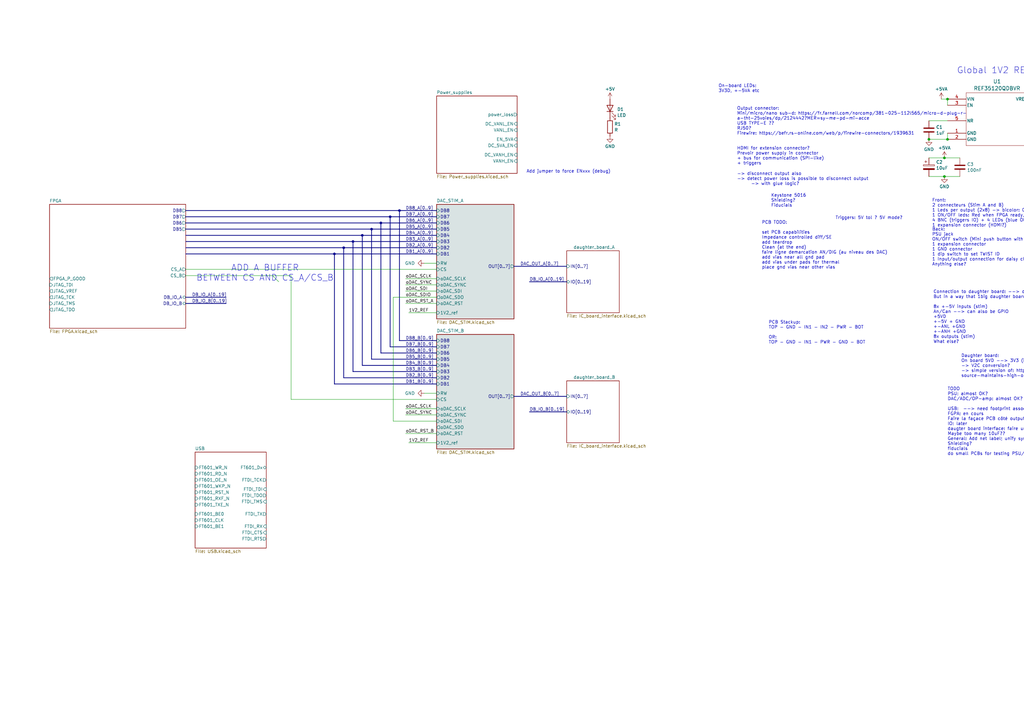
<source format=kicad_sch>
(kicad_sch (version 20250114) (generator "eeschema") (generator_version "9.0")
  (paper "A3")
  (lib_symbols
    (symbol "Device:C" (pin_numbers (hide yes)) (pin_names (offset 0.254))
      (property "Reference" "C" (at 0.635 2.54 0))
      (property "Value" "C" (at 0.635 -2.54 0))
      (symbol "C_0_1"
        (polyline (pts (xy -2.032 0.762) (xy 2.032 0.762)) (stroke (width 0.508)))
        (polyline (pts (xy -2.032 -0.762) (xy 2.032 -0.762)) (stroke (width 0.508)))
      )
      (symbol "C_1_1"
        (pin passive line (at 0 3.81 270) (length 2.794) (name "~") (number "1"))
        (pin passive line (at 0 -3.81 90) (length 2.794) (name "~") (number "2"))
      )
    )
    (symbol "Device:C_Polarized" (pin_numbers (hide yes)) (pin_names (offset 0.254))
      (property "Reference" "C" (at 0.635 2.54 0))
      (property "Value" "C_Polarized" (at 0.635 -2.54 0))
      (symbol "C_Polarized_0_1"
        (rectangle (start -2.286 0.508) (end 2.286 1.016))
        (polyline (pts (xy -1.778 2.286) (xy -0.762 2.286)))
        (polyline (pts (xy -1.27 2.794) (xy -1.27 1.778)))
        (rectangle (start 2.286 -0.508) (end -2.286 -1.016) (fill (type outline)))
      )
      (symbol "C_Polarized_1_1"
        (pin passive line (at 0 3.81 270) (length 2.794) (name "~") (number "1"))
        (pin passive line (at 0 -3.81 90) (length 2.794) (name "~") (number "2"))
      )
    )
    (symbol "Device:LED" (pin_numbers (hide yes)) (pin_names (offset 1.016) (hide yes))
      (property "Reference" "D" (at 0 2.54 0))
      (property "Value" "LED" (at 0 -2.54 0))
      (symbol "LED_0_1"
        (polyline (pts (xy -3.048 -0.762) (xy -4.572 -2.286) (xy -3.81 -2.286) (xy -4.572 -2.286) (xy -4.572 -1.524)))
        (polyline (pts (xy -1.778 -0.762) (xy -3.302 -2.286) (xy -2.54 -2.286) (xy -3.302 -2.286) (xy -3.302 -1.524)))
        (polyline (pts (xy -1.27 0) (xy 1.27 0)))
        (polyline (pts (xy -1.27 -1.27) (xy -1.27 1.27)) (stroke (width 0.254)))
        (polyline (pts (xy 1.27 -1.27) (xy 1.27 1.27) (xy -1.27 0) (xy 1.27 -1.27)) (stroke (width 0.254)))
      )
      (symbol "LED_1_1"
        (pin passive line (at -3.81 0 0) (length 2.54) (name "K") (number "1"))
        (pin passive line (at 3.81 0 180) (length 2.54) (name "A") (number "2"))
      )
    )
    (symbol "Device:R" (pin_numbers (hide yes)) (pin_names (offset 0))
      (property "Reference" "R" (at 2.032 0 90))
      (property "Value" "R" (at 0 0 90))
      (symbol "R_0_1"
        (rectangle (start -1.016 -2.54) (end 1.016 2.54) (stroke (width 0.254)))
      )
      (symbol "R_1_1"
        (pin passive line (at 0 3.81 270) (length 1.27) (name "~") (number "1"))
        (pin passive line (at 0 -3.81 90) (length 1.27) (name "~") (number "2"))
      )
    )
    (symbol "GND_1" (power) (pin_numbers (hide yes)) (pin_names (offset 0) (hide yes))
      (property "Value" "GND" (at 0 -3.81 0))
      (symbol "GND_1_0_1"
        (polyline (pts (xy 0 0) (xy 0 -1.27) (xy 1.27 -1.27) (xy 0 -2.54) (xy -1.27 -1.27) (xy 0 -1.27)))
      )
      (symbol "GND_1_1_1"
        (pin power_in line (at 0 0 270) (length 0) (name "~") (number "1"))
      )
    )
    (symbol "REF35125QDBVR:REF35300QDBVRQ1" (pin_names (offset 0.254))
      (property "Reference" "U20" (at 20.32 9.7737 0))
      (property "Value" "REF35300QDBVRQ1" (at 20.32 6.9409 0))
      (symbol "REF35300QDBVRQ1_0_1"
        (polyline (pts (xy 7.62 5.08) (xy 7.62 -16.51)) (stroke (width 0.127)))
        (polyline (pts (xy 7.62 -16.51) (xy 33.02 -16.51)) (stroke (width 0.127)))
        (polyline (pts (xy 33.02 5.08) (xy 7.62 5.08)) (stroke (width 0.127)))
        (polyline (pts (xy 33.02 -16.51) (xy 33.02 5.08)) (stroke (width 0.127)))
        (pin power_in line (at 0 2.54 0) (length 7.62) (name "VIN") (number "4"))
        (pin input line (at 0 0 0) (length 7.62) (name "EN") (number "3"))
        (pin output line (at 0 -6.35 0) (length 7.62) (name "NR") (number "5"))
        (pin power_out line (at 0 -11.43 0) (length 7.62) (name "GND") (number "1"))
        (pin power_out line (at 0 -13.97 0) (length 7.62) (name "GND") (number "2"))
        (pin output line (at 40.64 2.54 180) (length 7.62) (name "VREF") (number "6"))
      )
    )
    (symbol "power:+5VA" (power) (pin_names (offset 0))
      (property "Value" "+5VA" (at 0 3.556 0))
      (symbol "+5VA_0_1"
        (polyline (pts (xy -0.762 1.27) (xy 0 2.54)))
        (polyline (pts (xy 0 2.54) (xy 0.762 1.27)))
        (polyline (pts (xy 0 0) (xy 0 2.54)))
      )
      (symbol "+5VA_1_1"
        (pin power_in line (at 0 0 90) (length 0) (hide yes) (name "+5VA") (number "1"))
      )
    )
    (symbol "power:+5V_STARTUP" (power) (pin_names (offset 0))
      (property "Value" "+5V_STARTUP" (at 0 3.556 0))
      (symbol "+5V_STARTUP_0_1"
        (polyline (pts (xy -0.762 1.27) (xy 0 2.54)))
        (polyline (pts (xy 0 2.54) (xy 0.762 1.27)))
        (polyline (pts (xy 0 0) (xy 0 2.54)))
      )
      (symbol "+5V_STARTUP_1_1"
        (pin power_in line (at 0 0 90) (length 0) (hide yes) (name "+5V") (number "1"))
      )
    )
    (symbol "power:GND" (power) (pin_names (offset 0))
      (property "Value" "GND" (at 0 -3.81 0))
      (symbol "GND_0_1"
        (polyline (pts (xy 0 0) (xy 0 -1.27) (xy 1.27 -1.27) (xy 0 -2.54) (xy -1.27 -1.27) (xy 0 -1.27)))
      )
      (symbol "GND_1_1"
        (pin power_in line (at 0 0 270) (length 0) (hide yes) (name "GND") (number "1"))
      )
    )
  )
  (text "-> disconnect output also\n-> detect power loss is possible to disconnect output \n	 -> with glue logic? " (at 302.26 76.2 0) (effects (font (size 1.27 1.27)) (justify left bottom)))
  (text "Front: \n2 connecteurs (Stim A and B)\n1 Leds per output (2x8) -> bicolor: OFF/ON/COMBINED (515-1023-803)\n1 ON/OFF leds: Red when FPGA ready, blue when connected to pC or I2C RGB? :))\n4 BNC (triggers IO) + 4 LEDs (blue OUT, green IN)\n1 expansion connector (HDMI?)" (at 382.27 93.218 0) (effects (font (size 1.27 1.27)) (justify left bottom)))
  (text "Connection to daughter board: --> divided in two Connector, one digital, one analogue\nBut in a way that 1big daughter board can be connecter to 2 small ones?\n\n8x +-5V inputs (stim)\nAn/Can --> can also be GPIO\n+5VD\n+-5V + GND\n+-ANL +GND\n+-ANH +GND\n8x outputs (stim)\nWhat else?" (at 382.778 140.97 0) (effects (font (size 1.27 1.27)) (justify left bottom)))
  (text "On-board LEDs: \n3V3D, +-5VA etc" (at 294.64 38.1 0) (effects (font (size 1.27 1.27)) (justify left bottom)))
  (text "Global 1V2 REFERENCE" (at 392.43 30.48 0) (effects (font (size 2.56 2.56)) (justify left bottom)))
  (text "PCB TODO:\n\nset PCB capabilities\nImpedance controlled diff/SE\nadd teardrop\nClean (at the end)\nfaire ligne demarcation AN/DIG (au niveau des DAC)\nadd vias near all gnd pad\nadd vias under pads for thermal \nplace gnd vias near other vias" (at 312.42 110.49 0) (effects (font (size 1.27 1.27)) (justify left bottom)))
  (text "Add jumper to force ENxxx (debug)" (at 215.9 71.12 0) (effects (font (size 1.27 1.27)) (justify left bottom)))
  (text "Triggers: 5V tol ? 5V mode?" (at 342.646 90.17 0) (effects (font (size 1.27 1.27)) (justify left bottom)))
  (text "Output connector:\nMini/micro/nano sub-d: https://fr.farnell.com/norcomp/381-025-112l565/micro-d-plug-r-\na-tht-25voies/dp/2124442?MER=sy-me-pd-mi-acce\nUSB TYPE-E ??\nRJ50? \nFirewire: https://befr.rs-online.com/web/p/firewire-connectors/1939631\n\n\nHDMI for extension connector?\nPrevoir power supply in connector\n+ bus for communication (SPI-like)\n+ triggers \n\n" (at 302.26 69.85 0) (effects (font (size 1.27 1.27)) (justify left bottom)))
  (text "Keystone 5016\nShielding?\nFiducials" (at 316.23 85.09 0) (effects (font (size 1.27 1.27)) (justify left bottom)))
  (text "ADD A BUFFER\n BETWEEN CS AND CS_A/CS_B " (at 108.712 112.014 0) (effects (font (size 2.54 2.54))))
  (text "PCB Stackup:\nTOP - GND - IN1 - IN2 - PWR - BOT\n\nOR:\nTOP - GND - IN1 - PWR - GND - BOT" (at 315.214 141.224 0) (effects (font (size 1.27 1.27)) (justify left bottom)))
  (text "f-3db is about 3.3/2piRC\nsettling is about 14RC\nThe art of Elec p. 683 fig 9.95\nf-3db = 11Hz - settling = 0.67s" (at 422.91 71.12 0) (effects (font (size 1.27 1.27)) (justify left bottom)))
  (text "TODO\nPSU: almost OK? \nDAC/ADC/OP-amp: almost OK? --> NO, let's try with serial DACs & add shields!\n							--> ADD A BUFFER BETWEEN CS AND CS_A/CS_B (or any thing else for serial)\nUSB:  --> need footprint association\nFGPA: en cours\nFaire la façace PCB côté output\nIO: later\ndaugter board interface: faire une v1 pour tester\nMaybe too many 10uF??\nGeneral: Add net label; unify symboles; add footprints; add step files\nShielding?\nfiducials\ndo small PCBs for testing PSU/FGPA & USB/single DAC " (at 388.62 186.944 0) (effects (font (size 1.27 1.27)) (justify left bottom)))
  (text "Daughter board: \nOn board 5VD --> 3V3 (internal logic??)\n-> V2C conversion? \n-> simple version of: https://www.edn.com/bipolar-current-\nsource-maintains-high-output-impedance-at-high-frequencies/" (at 394.208 154.94 0) (effects (font (size 1.27 1.27)) (justify left bottom)))
  (text "Back: \nPSU jack\nON/OFF switch (Mini push button with latching?)\n1 expansion connector\n1 GND connector\n1 dip switch to set TWIST ID\n1 Input/output connection for daisy chaning to other twist\nAnything else?\n" (at 382.27 109.22 0) (effects (font (size 1.27 1.27)) (justify left bottom)))
  (junction (at 137.16 104.14))
  (junction (at 160.02 88.9))
  (junction (at 381 57.15))
  (junction (at 429.26 40.64))
  (junction (at 450.85 48.26))
  (junction (at 450.85 40.64))
  (junction (at 156.21 91.44))
  (junction (at 388.62 40.64))
  (junction (at 140.97 101.6))
  (junction (at 388.62 57.15))
  (junction (at 163.83 86.36))
  (junction (at 148.59 96.52))
  (junction (at 144.78 99.06))
  (junction (at 387.35 72.39))
  (junction (at 387.35 64.77))
  (junction (at 152.4 93.98))
  (bus_entry (at 111.76 113.03) (size 2.54 2.54))
  (bus (pts (xy 148.59 96.52) (xy 148.59 149.86)))
  (bus (pts (xy 217.17 168.91) (xy 232.41 168.91)))
  (bus (pts (xy 210.82 109.22) (xy 232.41 109.22)))
  (bus (pts (xy 217.17 115.57) (xy 232.41 115.57)))
  (bus (pts (xy 76.2 104.14) (xy 137.16 104.14)))
  (wire (pts (xy 173.99 161.29) (xy 179.07 161.29)))
  (bus (pts (xy 160.02 142.24) (xy 160.02 88.9)))
  (wire (pts (xy 166.37 177.8) (xy 179.07 177.8)))
  (wire (pts (xy 381 57.15) (xy 388.62 57.15)))
  (wire (pts (xy 429.26 48.26) (xy 429.26 40.64)))
  (bus (pts (xy 76.2 86.36) (xy 163.83 86.36)))
  (bus (pts (xy 144.78 99.06) (xy 179.07 99.06)))
  (wire (pts (xy 76.2 110.49) (xy 179.07 110.49)))
  (wire (pts (xy 429.26 40.64) (xy 433.07 40.64)))
  (wire (pts (xy 166.37 116.84) (xy 179.07 116.84)))
  (wire (pts (xy 167.64 128.27) (xy 179.07 128.27)))
  (bus (pts (xy 160.02 88.9) (xy 179.07 88.9)))
  (wire (pts (xy 440.69 40.64) (xy 450.85 40.64)))
  (wire (pts (xy 387.35 64.77) (xy 393.7 64.77)))
  (bus (pts (xy 156.21 144.78) (xy 179.07 144.78)))
  (bus (pts (xy 140.97 101.6) (xy 179.07 101.6)))
  (wire (pts (xy 76.2 113.03) (xy 111.76 113.03)))
  (wire (pts (xy 166.37 170.18) (xy 179.07 170.18)))
  (wire (pts (xy 388.62 40.64) (xy 388.62 43.18)))
  (bus (pts (xy 152.4 93.98) (xy 179.07 93.98)))
  (bus (pts (xy 140.97 154.94) (xy 179.07 154.94)))
  (wire (pts (xy 119.38 113.03) (xy 119.38 163.83)))
  (wire (pts (xy 381 64.77) (xy 387.35 64.77)))
  (wire (pts (xy 179.07 163.83) (xy 119.38 163.83)))
  (wire (pts (xy 166.37 114.3) (xy 179.07 114.3)))
  (bus (pts (xy 76.2 91.44) (xy 156.21 91.44)))
  (bus (pts (xy 137.16 157.48) (xy 179.07 157.48)))
  (bus (pts (xy 137.16 104.14) (xy 137.16 157.48)))
  (bus (pts (xy 148.59 149.86) (xy 179.07 149.86)))
  (wire (pts (xy 387.35 72.39) (xy 393.7 72.39)))
  (wire (pts (xy 166.37 119.38) (xy 179.07 119.38)))
  (bus (pts (xy 137.16 104.14) (xy 179.07 104.14)))
  (wire (pts (xy 173.99 107.95) (xy 179.07 107.95)))
  (wire (pts (xy 381 72.39) (xy 387.35 72.39)))
  (bus (pts (xy 163.83 139.7) (xy 179.07 139.7)))
  (bus (pts (xy 156.21 91.44) (xy 179.07 91.44)))
  (bus (pts (xy 76.2 121.92) (xy 92.71 121.92)))
  (wire (pts (xy 388.62 54.61) (xy 388.62 57.15)))
  (bus (pts (xy 76.2 99.06) (xy 144.78 99.06)))
  (bus (pts (xy 152.4 147.32) (xy 152.4 93.98)))
  (bus (pts (xy 160.02 142.24) (xy 179.07 142.24)))
  (wire (pts (xy 440.69 48.26) (xy 450.85 48.26)))
  (wire (pts (xy 179.07 121.92) (xy 161.29 121.92)))
  (wire (pts (xy 161.29 121.92) (xy 161.29 172.72)))
  (wire (pts (xy 161.29 172.72) (xy 179.07 172.72)))
  (wire (pts (xy 450.85 40.64) (xy 463.55 40.64)))
  (wire (pts (xy 386.08 40.64) (xy 388.62 40.64)))
  (bus (pts (xy 76.2 101.6) (xy 140.97 101.6)))
  (bus (pts (xy 144.78 152.4) (xy 179.07 152.4)))
  (wire (pts (xy 381 49.53) (xy 388.62 49.53)))
  (bus (pts (xy 76.2 124.46) (xy 92.71 124.46)))
  (wire (pts (xy 166.37 124.46) (xy 179.07 124.46)))
  (bus (pts (xy 163.83 139.7) (xy 163.83 86.36)))
  (bus (pts (xy 179.07 86.36) (xy 163.83 86.36)))
  (bus (pts (xy 152.4 147.32) (xy 179.07 147.32)))
  (bus (pts (xy 76.2 96.52) (xy 148.59 96.52)))
  (wire (pts (xy 433.07 48.26) (xy 429.26 48.26)))
  (wire (pts (xy 167.64 181.61) (xy 179.07 181.61)))
  (bus (pts (xy 148.59 96.52) (xy 179.07 96.52)))
  (bus (pts (xy 156.21 144.78) (xy 156.21 91.44)))
  (bus (pts (xy 140.97 101.6) (xy 140.97 154.94)))
  (bus (pts (xy 144.78 99.06) (xy 144.78 152.4)))
  (wire (pts (xy 111.76 113.03) (xy 119.38 113.03)))
  (wire (pts (xy 166.37 167.64) (xy 179.07 167.64)))
  (bus (pts (xy 76.2 93.98) (xy 152.4 93.98)))
  (bus (pts (xy 210.82 162.56) (xy 232.41 162.56)))
  (bus (pts (xy 76.2 88.9) (xy 160.02 88.9)))
  (label "oDAC_SCLK" (at 166.37 167.64 0))
  (label "oDAC_SDI" (at 166.37 119.38 0))
  (label "DB1_B[0..9]" (at 166.37 157.48 0))
  (label "DB3_B[0..9]" (at 166.37 152.4 0))
  (label "DB5_B[0..9]" (at 166.37 147.32 0))
  (label "oDAC_RST_B" (at 166.37 177.8 0))
  (label "DB4_B[0..9]" (at 166.37 149.86 0))
  (label "DB_IO_B[0..19]" (at 78.74 124.46 0))
  (label "1V2_REF" (at 167.64 128.27 0))
  (label "DB5_A[0..9]" (at 166.37 93.98 0))
  (label "DB2_B[0..9]" (at 166.37 154.94 0))
  (label "DB8_A[0..9]" (at 166.37 86.36 0))
  (label "DB7_B[0..9]" (at 166.37 142.24 0))
  (label "1V2_REF" (at 455.93 40.64 0))
  (label "DB4_A[0..9]" (at 166.37 96.52 0))
  (label "DB_IO_A[0..19]" (at 217.17 115.57 0))
  (label "oDAC_RST_A" (at 166.37 124.46 0))
  (label "DB7_A[0..9]" (at 166.37 88.9 0))
  (label "oDAC_SDIO" (at 166.37 121.92 0))
  (label "DAC_OUT_B[0..7]" (at 213.36 162.56 0))
  (label "oDAC_SYNC" (at 166.37 170.18 0))
  (label "DB_IO_B[0..19]" (at 217.17 168.91 0))
  (label "DB3_A[0..9]" (at 166.37 99.06 0))
  (label "DAC_OUT_A[0..7]" (at 213.36 109.22 0))
  (label "1V2_REF" (at 167.64 181.61 0))
  (label "DB_IO_A[0..19]" (at 78.74 121.92 0))
  (label "oDAC_SYNC" (at 166.37 116.84 0))
  (label "DB1_A[0..9]" (at 166.37 104.14 0))
  (label "DB2_A[0..9]" (at 166.37 101.6 0))
  (label "DB6_B[0..9]" (at 166.37 144.78 0))
  (label "DB6_A[0..9]" (at 166.37 91.44 0))
  (label "DB8_B[0..9]" (at 166.37 139.7 0))
  (label "oDAC_SCLK" (at 166.37 114.3 0))
  (symbol (lib_id "Device:C_Polarized") (at 450.85 52.07 0) (unit 1)
    (property "Reference" "C5" (at 448.31 53.2242 0) (effects (justify right)))
    (property "Value" "2.2uF" (at 448.31 50.8 0) (effects (justify right)))
    (property "Footprint" "Capacitor_Tantalum_SMD:CP_EIA-3528-21_Kemet-B" (effects (hide yes)))
  )
  (symbol (lib_id "Device:C") (at 393.7 68.58 180) (unit 1)
    (property "Reference" "C3" (at 396.621 67.3679 0) (effects (justify right)))
    (property "Value" "100nF" (at 396.621 69.7921 0) (effects (justify right)))
    (property "Footprint" "Capacitor_SMD:C_0402_1005Metric" (effects (hide yes)))
  )
  (symbol (lib_id "power:+5VA") (at 386.08 40.64 0) (unit 1)
    (property "Reference" "#PWR04" (effects (hide yes)))
    (property "Value" "+5VA" (at 386.08 36.5069 0))
  )
  (symbol (lib_id "power:+5V_STARTUP") (at 250.19 40.64 0) (unit 1)
    (property "Reference" "#PWR01" (effects (hide yes)))
    (property "Value" "+5V" (at 250.19 36.5069 0))
  )
  (symbol (lib_id "power:+5VA") (at 387.35 64.77 0) (unit 1)
    (property "Reference" "#PWR05" (effects (hide yes)))
    (property "Value" "+5VA" (at 387.35 60.6369 0))
  )
  (symbol (lib_id "Device:C") (at 381 53.34 0) (unit 1)
    (property "Reference" "C1" (at 383.921 52.1279 0) (effects (justify left)))
    (property "Value" "1uF" (at 383.921 54.5521 0) (effects (justify left)))
    (property "Footprint" "Capacitor_SMD:C_0603_1608Metric" (effects (hide yes)))
  )
  (symbol (lib_id "power:GND") (at 450.85 55.88 0) (unit 1)
    (property "Reference" "#PWR07" (effects (hide yes)))
    (property "Value" "GND" (at 450.85 60.0131 0))
  )
  (symbol (lib_id "Device:R") (at 436.88 40.64 90) (unit 1)
    (property "Reference" "R2" (at 436.88 35.4797 90))
    (property "Value" "22k" (at 436.88 37.9039 90))
  )
  (symbol (lib_id "REF35125QDBVR:REF35300QDBVRQ1") (at 388.62 43.18 0) (unit 1)
    (property "Reference" "U1" (at 408.94 33.4063 0) (effects (font (size 1.524 1.524))))
    (property "Value" "REF35120QDBVR" (at 408.94 36.2391 0) (effects (font (size 1.524 1.524))))
    (property "Datasheet" "REF35300QDBVRQ1" (effects (hide yes)))
  )
  (symbol (lib_id "Device:LED") (at 250.19 44.45 90) (unit 1)
    (property "Reference" "D1" (at 253.111 44.8254 90) (effects (justify right)))
    (property "Value" "LED" (at 253.111 47.2496 90) (effects (justify right)))
  )
  (symbol (lib_id "Device:C_Polarized") (at 381 68.58 0) (unit 1)
    (property "Reference" "C2" (at 383.921 66.4789 0) (effects (justify left)))
    (property "Value" "10uF" (at 383.921 68.9031 0) (effects (justify left)))
    (property "Footprint" "Capacitor_Tantalum_SMD:CP_EIA-3528-21_Kemet-B" (effects (hide yes)))
  )
  (symbol (lib_id "Device:R") (at 436.88 48.26 90) (unit 1)
    (property "Reference" "R3" (at 436.88 43.0997 90))
    (property "Value" "22k" (at 436.88 45.5239 90))
  )
  (symbol (lib_id "power:GND") (at 387.35 72.39 0) (unit 1)
    (property "Reference" "#PWR06" (effects (hide yes)))
    (property "Value" "GND" (at 387.35 76.5231 0))
  )
  (symbol (lib_id "power:GND") (at 250.19 55.88 0) (unit 1)
    (property "Reference" "#PWR02" (effects (hide yes)))
    (property "Value" "GND" (at 250.19 60.0131 0))
  )
  (symbol (lib_id "Device:C_Polarized") (at 450.85 44.45 0) (unit 1)
    (property "Reference" "C4" (at 448.31 45.6042 0) (effects (justify right)))
    (property "Value" "2.2uF" (at 448.31 43.18 0) (effects (justify right)))
    (property "Footprint" "Capacitor_Tantalum_SMD:CP_EIA-3528-21_Kemet-B" (effects (hide yes)))
  )
  (symbol (lib_name "GND_1") (lib_id "power:GND") (at 173.99 107.95 270) (unit 1)
    (property "Reference" "#PWR0677" (effects (hide yes)))
    (property "Value" "GND" (at 170.18 107.9499 90) (effects (justify right)))
    (property "Description" "Power symbol creates a global label with name \"GND\" , ground" (effects (hide yes)))
  )
  (symbol (lib_name "GND_1") (lib_id "power:GND") (at 173.99 161.29 270) (unit 1)
    (property "Reference" "#PWR0676" (effects (hide yes)))
    (property "Value" "GND" (at 170.18 161.2899 90) (effects (justify right)))
    (property "Description" "Power symbol creates a global label with name \"GND\" , ground" (effects (hide yes)))
  )
  (symbol (lib_id "power:GND") (at 381 57.15 0) (unit 1)
    (property "Reference" "#PWR03" (effects (hide yes)))
    (property "Value" "GND" (at 381 61.2831 0))
  )
  (symbol (lib_id "Device:R") (at 250.19 52.07 0) (unit 1)
    (property "Reference" "R1" (at 251.968 50.8579 0) (effects (justify left)))
    (property "Value" "R" (at 251.968 53.2821 0) (effects (justify left)))
  )
  (sheet (at 179.07 137.16) (size 31.75 46.99) (stroke (width 0.25)) (fill (color 0 72 72 0.1500))
    (property "Sheetname" "DAC_STIM_B" (at 179.07 136.3996 0) (effects (justify left bottom)))
    (property "Sheetfile" "DAC_STIM.kicad_sch" (at 179.07 184.7834 0) (effects (justify left top)))
    (pin "1V2_ref" input (at 179.07 181.61 180))
    (pin "oDAC_SDO" output (at 179.07 175.26 180))
    (pin "oDAC_RST" input (at 179.07 177.8 180))
    (pin "oDAC_SCLK" input (at 179.07 167.64 180))
    (pin "oDAC_SYNC" input (at 179.07 170.18 180))
    (pin "oDAC_SDI" input (at 179.07 172.72 180))
    (pin "DB8" input (at 179.07 139.7 180))
    (pin "DB1" input (at 179.07 157.48 180))
    (pin "DB6" input (at 179.07 144.78 180))
    (pin "DB5" input (at 179.07 147.32 180))
    (pin "OUT[0..7]" output (at 210.82 162.56 0))
    (pin "DB7" input (at 179.07 142.24 180))
    (pin "DB4" input (at 179.07 149.86 180))
    (pin "DB2" input (at 179.07 154.94 180))
    (pin "DB3" input (at 179.07 152.4 180))
    (pin "CS" input (at 179.07 163.83 180))
    (pin "RW" input (at 179.07 161.29 180))
  )
  (sheet (at 80.01 185.42) (size 29.21 39.37) (stroke (width 0.1524))
    (property "Sheetname" "USB" (at 80.01 184.7084 0) (effects (justify left bottom)))
    (property "Sheetfile" "USB.kicad_sch" (at 80.01 225.3746 0) (effects (justify left top)))
    (pin "FT601_WR_N" input (at 80.01 191.77 180))
    (pin "FT601_RD_N" input (at 80.01 194.31 180))
    (pin "FT601_OE_N" input (at 80.01 196.85 180))
    (pin "FT601_WKP_N" input (at 80.01 199.39 180))
    (pin "FT601_RST_N" input (at 80.01 201.93 180))
    (pin "FT601_RXF_N" input (at 80.01 204.47 180))
    (pin "FT601_TXE_N" input (at 80.01 207.01 180))
    (pin "FT601_BE0" input (at 80.01 210.82 180))
    (pin "FT601_CLK" input (at 80.01 213.36 180))
    (pin "FT601_Dx" bidirectional (at 109.22 191.77 0))
    (pin "FTDI_RX" input (at 109.22 215.9 0))
    (pin "FTDI_CTS" input (at 109.22 218.44 0))
    (pin "FTDI_RTS" output (at 109.22 220.98 0))
    (pin "FTDI_TX" output (at 109.22 210.82 0))
    (pin "FTDI_TCK" output (at 109.22 196.85 0))
    (pin "FTDI_TDI" input (at 109.22 200.66 0))
    (pin "FTDI_TDO" output (at 109.22 203.2 0))
    (pin "FTDI_TMS" input (at 109.22 205.74 0))
    (pin "FT601_BE1" input (at 80.01 215.9 180))
  )
  (sheet (at 232.41 102.87) (size 21.59 25.4) (stroke (width 0.1524))
    (property "Sheetname" "daughter_board_A" (at 235.204 102.108 0) (effects (justify left bottom)))
    (property "Sheetfile" "IC_board_interface.kicad_sch" (at 232.41 128.8546 0) (effects (justify left top)))
    (pin "IN[0..7]" input (at 232.41 109.22 180))
    (pin "IO[0..19]" bidirectional (at 232.41 115.57 180))
  )
  (sheet (at 179.07 39.37) (size 33.02 31.75) (stroke (width 0.1524))
    (property "Sheetname" "Power_supplies" (at 179.07 38.6584 0) (effects (justify left bottom)))
    (property "Sheetfile" "Power_supplies.kicad_sch" (at 179.07 71.7046 0) (effects (justify left top)))
    (pin "power_loss" output (at 212.09 46.99 0))
    (pin "DC_VANL_EN" input (at 212.09 50.8 0))
    (pin "VANL_EN" input (at 212.09 53.34 0))
    (pin "EN_5VA" input (at 212.09 57.15 0))
    (pin "DC_5VA_EN" input (at 212.09 59.69 0))
    (pin "DC_VANH_EN" input (at 212.09 63.5 0))
    (pin "VANH_EN" input (at 212.09 66.04 0))
  )
  (sheet (at 232.41 156.21) (size 21.59 25.4) (stroke (width 0.1524))
    (property "Sheetname" "daughter_board_B" (at 235.204 155.448 0) (effects (justify left bottom)))
    (property "Sheetfile" "IC_board_interface.kicad_sch" (at 232.41 182.1946 0) (effects (justify left top)))
    (pin "IN[0..7]" input (at 232.41 162.56 180))
    (pin "IO[0..19]" bidirectional (at 232.41 168.91 180))
  )
  (sheet (at 20.32 83.82) (size 55.88 50.8) (stroke (width 0.1524))
    (property "Sheetname" "FPGA" (at 20.32 83.1084 0) (effects (justify left bottom)))
    (property "Sheetfile" "FPGA.kicad_sch" (at 20.32 135.2046 0) (effects (justify left top)))
    (pin "JTAG_TDO" output (at 20.32 127 180))
    (pin "JTAG_TMS" input (at 20.32 124.46 180))
    (pin "JTAG_TCK" output (at 20.32 121.92 180))
    (pin "JTAG_VREF" output (at 20.32 119.38 180))
    (pin "JTAG_TDI" input (at 20.32 116.84 180))
    (pin "FPGA_P_GOOD" output (at 20.32 114.3 180))
    (pin "DB8" output (at 76.2 86.36 0))
    (pin "DB7" output (at 76.2 88.9 0))
    (pin "DB6" output (at 76.2 91.44 0))
    (pin "CS_A" output (at 76.2 110.49 0))
    (pin "CS_B" output (at 76.2 113.03 0))
    (pin "DB_IO_A" bidirectional (at 76.2 121.92 0))
    (pin "DB_IO_B" bidirectional (at 76.2 124.46 0))
    (pin "DB5" output (at 76.2 93.98 0))
  )
  (sheet (at 179.07 83.82) (size 31.75 46.99) (stroke (width 0.25)) (fill (color 0 72 72 0.1500))
    (property "Sheetname" "DAC_STIM_A" (at 179.07 83.0596 0) (effects (justify left bottom)))
    (property "Sheetfile" "DAC_STIM.kicad_sch" (at 179.07 131.4434 0) (effects (justify left top)))
    (pin "1V2_ref" input (at 179.07 128.27 180))
    (pin "oDAC_SDO" output (at 179.07 121.92 180))
    (pin "oDAC_RST" input (at 179.07 124.46 180))
    (pin "oDAC_SCLK" input (at 179.07 114.3 180))
    (pin "oDAC_SYNC" input (at 179.07 116.84 180))
    (pin "oDAC_SDI" input (at 179.07 119.38 180))
    (pin "DB8" input (at 179.07 86.36 180))
    (pin "DB1" input (at 179.07 104.14 180))
    (pin "DB6" input (at 179.07 91.44 180))
    (pin "DB5" input (at 179.07 93.98 180))
    (pin "OUT[0..7]" output (at 210.82 109.22 0))
    (pin "DB7" input (at 179.07 88.9 180))
    (pin "DB4" input (at 179.07 96.52 180))
    (pin "DB2" input (at 179.07 101.6 180))
    (pin "DB3" input (at 179.07 99.06 180))
    (pin "CS" input (at 179.07 110.49 180))
    (pin "RW" input (at 179.07 107.95 180))
  )
)
</source>
